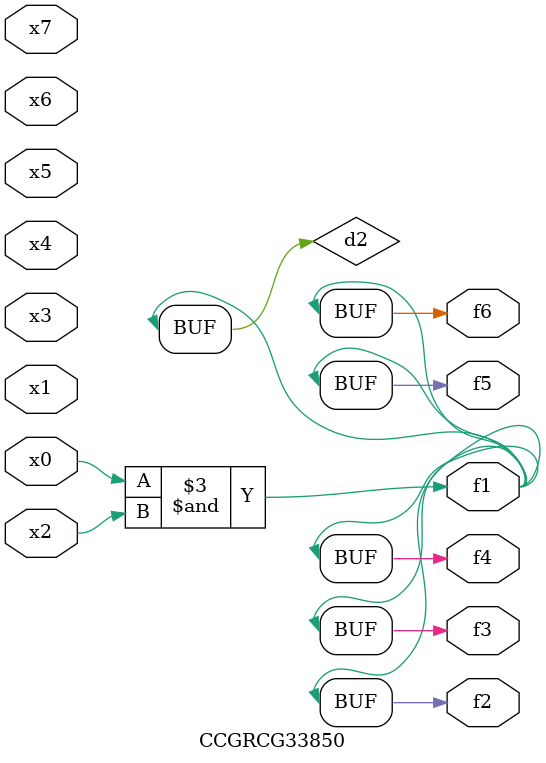
<source format=v>
module CCGRCG33850(
	input x0, x1, x2, x3, x4, x5, x6, x7,
	output f1, f2, f3, f4, f5, f6
);

	wire d1, d2;

	nor (d1, x3, x6);
	and (d2, x0, x2);
	assign f1 = d2;
	assign f2 = d2;
	assign f3 = d2;
	assign f4 = d2;
	assign f5 = d2;
	assign f6 = d2;
endmodule

</source>
